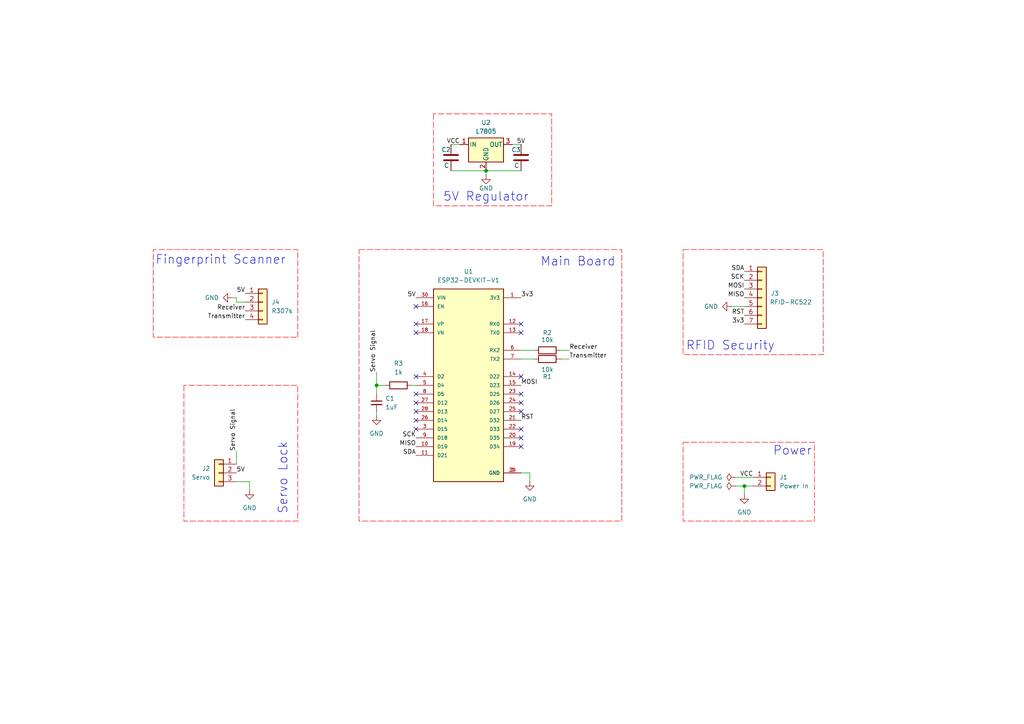
<source format=kicad_sch>
(kicad_sch (version 20250114) (generator "eeschema") (generator_version "9.0")
  (paper "A4")
  (title_block (title "Security Door Lock System") (date "2025-09-22") (rev "0"))
  (lib_symbols
    (symbol "Connector_Generic:Conn_01x02" (pin_names (offset 1.016) (hide yes))
      (property "Reference" "J" (at 0 2.54 0))
      (property "Value" "Conn_01x02" (at 0 -5.08 0))
      (symbol "Conn_01x02_1_1"
        (rectangle (start -1.27 1.27) (end 1.27 -3.81) (stroke (width 0.254)) (fill (type background)))
        (rectangle (start -1.27 0.127) (end 0 -0.127) (stroke (width 0.1524)))
        (rectangle (start -1.27 -2.413) (end 0 -2.667) (stroke (width 0.1524)))
        (pin passive line (at -5.08 0 0) (length 3.81) (name "Pin_1") (number "1"))
        (pin passive line (at -5.08 -2.54 0) (length 3.81) (name "Pin_2") (number "2"))
      )
    )
    (symbol "Connector_Generic:Conn_01x03" (pin_names (offset 1.016) (hide yes))
      (property "Reference" "J" (at 0 5.08 0))
      (property "Value" "Conn_01x03" (at 0 -5.08 0))
      (symbol "Conn_01x03_1_1"
        (rectangle (start -1.27 3.81) (end 1.27 -3.81) (stroke (width 0.254)) (fill (type background)))
        (rectangle (start -1.27 2.667) (end 0 2.413) (stroke (width 0.1524)))
        (rectangle (start -1.27 0.127) (end 0 -0.127) (stroke (width 0.1524)))
        (rectangle (start -1.27 -2.413) (end 0 -2.667) (stroke (width 0.1524)))
        (pin passive line (at -5.08 2.54 0) (length 3.81) (name "Pin_1") (number "1"))
        (pin passive line (at -5.08 0 0) (length 3.81) (name "Pin_2") (number "2"))
        (pin passive line (at -5.08 -2.54 0) (length 3.81) (name "Pin_3") (number "3"))
      )
    )
    (symbol "Connector_Generic:Conn_01x04" (pin_names (offset 1.016) (hide yes))
      (property "Reference" "J" (at 0 5.08 0))
      (property "Value" "Conn_01x04" (at 0 -7.62 0))
      (symbol "Conn_01x04_1_1"
        (rectangle (start -1.27 3.81) (end 1.27 -6.35) (stroke (width 0.254)) (fill (type background)))
        (rectangle (start -1.27 2.667) (end 0 2.413) (stroke (width 0.1524)))
        (rectangle (start -1.27 0.127) (end 0 -0.127) (stroke (width 0.1524)))
        (rectangle (start -1.27 -2.413) (end 0 -2.667) (stroke (width 0.1524)))
        (rectangle (start -1.27 -4.953) (end 0 -5.207) (stroke (width 0.1524)))
        (pin passive line (at -5.08 2.54 0) (length 3.81) (name "Pin_1") (number "1"))
        (pin passive line (at -5.08 0 0) (length 3.81) (name "Pin_2") (number "2"))
        (pin passive line (at -5.08 -2.54 0) (length 3.81) (name "Pin_3") (number "3"))
        (pin passive line (at -5.08 -5.08 0) (length 3.81) (name "Pin_4") (number "4"))
      )
    )
    (symbol "Connector_Generic:Conn_01x07" (pin_names (offset 1.016) (hide yes))
      (property "Reference" "J" (at 0 10.16 0))
      (property "Value" "Conn_01x07" (at 0 -10.16 0))
      (symbol "Conn_01x07_1_1"
        (rectangle (start -1.27 8.89) (end 1.27 -8.89) (stroke (width 0.254)) (fill (type background)))
        (rectangle (start -1.27 7.747) (end 0 7.493) (stroke (width 0.1524)))
        (rectangle (start -1.27 5.207) (end 0 4.953) (stroke (width 0.1524)))
        (rectangle (start -1.27 2.667) (end 0 2.413) (stroke (width 0.1524)))
        (rectangle (start -1.27 0.127) (end 0 -0.127) (stroke (width 0.1524)))
        (rectangle (start -1.27 -2.413) (end 0 -2.667) (stroke (width 0.1524)))
        (rectangle (start -1.27 -4.953) (end 0 -5.207) (stroke (width 0.1524)))
        (rectangle (start -1.27 -7.493) (end 0 -7.747) (stroke (width 0.1524)))
        (pin passive line (at -5.08 7.62 0) (length 3.81) (name "Pin_1") (number "1"))
        (pin passive line (at -5.08 5.08 0) (length 3.81) (name "Pin_2") (number "2"))
        (pin passive line (at -5.08 2.54 0) (length 3.81) (name "Pin_3") (number "3"))
        (pin passive line (at -5.08 0 0) (length 3.81) (name "Pin_4") (number "4"))
        (pin passive line (at -5.08 -2.54 0) (length 3.81) (name "Pin_5") (number "5"))
        (pin passive line (at -5.08 -5.08 0) (length 3.81) (name "Pin_6") (number "6"))
        (pin passive line (at -5.08 -7.62 0) (length 3.81) (name "Pin_7") (number "7"))
      )
    )
    (symbol "Device:C" (pin_numbers (hide yes)) (pin_names (offset 0.254))
      (property "Reference" "C" (at 0.635 2.54 0))
      (property "Value" "C" (at 0.635 -2.54 0))
      (symbol "C_0_1"
        (polyline (pts (xy -2.032 0.762) (xy 2.032 0.762)) (stroke (width 0.508)))
        (polyline (pts (xy -2.032 -0.762) (xy 2.032 -0.762)) (stroke (width 0.508)))
      )
      (symbol "C_1_1"
        (pin passive line (at 0 3.81 270) (length 2.794) (name "~") (number "1"))
        (pin passive line (at 0 -3.81 90) (length 2.794) (name "~") (number "2"))
      )
    )
    (symbol "Device:C_Small" (pin_numbers (hide yes)) (pin_names (offset 0.254) (hide yes))
      (property "Reference" "C" (at 0.254 1.778 0))
      (property "Value" "C_Small" (at 0.254 -2.032 0))
      (symbol "C_Small_0_1"
        (polyline (pts (xy -1.524 0.508) (xy 1.524 0.508)) (stroke (width 0.3048)))
        (polyline (pts (xy -1.524 -0.508) (xy 1.524 -0.508)) (stroke (width 0.3302)))
      )
      (symbol "C_Small_1_1"
        (pin passive line (at 0 2.54 270) (length 2.032) (name "~") (number "1"))
        (pin passive line (at 0 -2.54 90) (length 2.032) (name "~") (number "2"))
      )
    )
    (symbol "Device:R" (pin_numbers (hide yes)) (pin_names (offset 0))
      (property "Reference" "R" (at 2.032 0 90))
      (property "Value" "R" (at 0 0 90))
      (symbol "R_0_1"
        (rectangle (start -1.016 -2.54) (end 1.016 2.54) (stroke (width 0.254)))
      )
      (symbol "R_1_1"
        (pin passive line (at 0 3.81 270) (length 1.27) (name "~") (number "1"))
        (pin passive line (at 0 -3.81 90) (length 1.27) (name "~") (number "2"))
      )
    )
    (symbol "ESP32-DEVKIT-V1:ESP32-DEVKIT-V1" (pin_names (offset 1.016))
      (property "Reference" "U" (at -10.16 30.48 0))
      (property "Value" "ESP32-DEVKIT-V1" (at -10.16 -30.48 0))
      (symbol "ESP32-DEVKIT-V1_0_0"
        (rectangle (start -10.16 -27.94) (end 10.16 27.94) (stroke (width 0.254)) (fill (type background)))
        (pin input line (at -15.24 25.4 0) (length 5.08) (name "VIN") (number "30"))
        (pin input line (at -15.24 22.86 0) (length 5.08) (name "EN") (number "16"))
        (pin bidirectional line (at -15.24 17.78 0) (length 5.08) (name "VP") (number "17"))
        (pin bidirectional line (at -15.24 15.24 0) (length 5.08) (name "VN") (number "18"))
        (pin bidirectional line (at -15.24 2.54 0) (length 5.08) (name "D2") (number "4"))
        (pin bidirectional line (at -15.24 0 0) (length 5.08) (name "D4") (number "5"))
        (pin bidirectional line (at -15.24 -2.54 0) (length 5.08) (name "D5") (number "8"))
        (pin bidirectional line (at -15.24 -5.08 0) (length 5.08) (name "D12") (number "27"))
        (pin bidirectional line (at -15.24 -7.62 0) (length 5.08) (name "D13") (number "28"))
        (pin bidirectional line (at -15.24 -10.16 0) (length 5.08) (name "D14") (number "26"))
        (pin bidirectional line (at -15.24 -12.7 0) (length 5.08) (name "D15") (number "3"))
        (pin bidirectional line (at -15.24 -15.24 0) (length 5.08) (name "D18") (number "9"))
        (pin bidirectional line (at -15.24 -17.78 0) (length 5.08) (name "D19") (number "10"))
        (pin bidirectional line (at -15.24 -20.32 0) (length 5.08) (name "D21") (number "11"))
        (pin output line (at 15.24 25.4 180) (length 5.08) (name "3V3") (number "1"))
        (pin input line (at 15.24 17.78 180) (length 5.08) (name "RX0") (number "12"))
        (pin output line (at 15.24 15.24 180) (length 5.08) (name "TX0") (number "13"))
        (pin input line (at 15.24 10.16 180) (length 5.08) (name "RX2") (number "6"))
        (pin output line (at 15.24 7.62 180) (length 5.08) (name "TX2") (number "7"))
        (pin bidirectional line (at 15.24 2.54 180) (length 5.08) (name "D22") (number "14"))
        (pin bidirectional line (at 15.24 0 180) (length 5.08) (name "D23") (number "15"))
        (pin bidirectional line (at 15.24 -2.54 180) (length 5.08) (name "D25") (number "23"))
        (pin bidirectional line (at 15.24 -5.08 180) (length 5.08) (name "D26") (number "24"))
        (pin bidirectional line (at 15.24 -7.62 180) (length 5.08) (name "D27") (number "25"))
        (pin bidirectional line (at 15.24 -10.16 180) (length 5.08) (name "D32") (number "21"))
        (pin bidirectional line (at 15.24 -12.7 180) (length 5.08) (name "D33") (number "22"))
        (pin bidirectional line (at 15.24 -15.24 180) (length 5.08) (name "D35") (number "20"))
        (pin bidirectional line (at 15.24 -17.78 180) (length 5.08) (name "D34") (number "19"))
        (pin power_in line (at 15.24 -25.4 180) (length 5.08) (name "GND") (number "2"))
        (pin power_in line (at 15.24 -25.4 180) (length 5.08) (name "GND") (number "29"))
      )
    )
    (symbol "Regulator_Linear:L7805" (pin_names (offset 0.254))
      (property "Reference" "U" (at -3.81 3.175 0))
      (property "Value" "L7805" (at 0 3.175 0))
      (symbol "L7805_0_1"
        (rectangle (start -5.08 1.905) (end 5.08 -5.08) (stroke (width 0.254)) (fill (type background)))
      )
      (symbol "L7805_1_1"
        (pin power_in line (at -7.62 0 0) (length 2.54) (name "IN") (number "1"))
        (pin power_in line (at 0 -7.62 90) (length 2.54) (name "GND") (number "2"))
        (pin power_out line (at 7.62 0 180) (length 2.54) (name "OUT") (number "3"))
      )
    )
    (symbol "power:GND" (power) (pin_numbers (hide yes)) (pin_names (offset 0) (hide yes))
      (property "Value" "GND" (at 0 -3.81 0))
      (symbol "GND_0_1"
        (polyline (pts (xy 0 0) (xy 0 -1.27) (xy 1.27 -1.27) (xy 0 -2.54) (xy -1.27 -1.27) (xy 0 -1.27)))
      )
      (symbol "GND_1_1"
        (pin power_in line (at 0 0 270) (length 0) (name "~") (number "1"))
      )
    )
    (symbol "power:PWR_FLAG" (power) (pin_numbers (hide yes)) (pin_names (offset 0) (hide yes))
      (property "Value" "PWR_FLAG" (at 0 3.81 0))
      (symbol "PWR_FLAG_0_0"
        (pin power_out line (at 0 0 90) (length 0) (name "~") (number "1"))
      )
      (symbol "PWR_FLAG_0_1"
        (polyline (pts (xy 0 0) (xy 0 1.27) (xy -1.016 1.905) (xy 0 2.54) (xy 1.016 1.905) (xy 0 1.27)))
      )
    )
  )
  (text "Power" (at 229.87 130.81 0) (effects (font (size 2.54 2.54))))
  (text "Main Board" (at 167.64 75.946 0) (effects (font (size 2.54 2.54))))
  (text "RFID Security\n" (at 211.836 100.33 0) (effects (font (size 2.54 2.54))))
  (text "Servo Lock" (at 82.042 138.684 90) (effects (font (size 2.54 2.54))))
  (text "Fingerprint Scanner" (at 64.008 75.438 0) (effects (font (size 2.54 2.54))))
  (text "5V Regulator\n" (at 140.97 57.15 0) (effects (font (size 2.54 2.54))))
  (junction (at 140.97 49.53))
  (junction (at 109.22 111.76))
  (junction (at 215.9 140.97))
  (no_connect (at 120.65 121.92))
  (no_connect (at 151.13 124.46))
  (no_connect (at 151.13 127))
  (no_connect (at 151.13 109.22))
  (no_connect (at 151.13 116.84))
  (no_connect (at 120.65 114.3))
  (no_connect (at 151.13 129.54))
  (no_connect (at 120.65 88.9))
  (no_connect (at 120.65 109.22))
  (no_connect (at 151.13 119.38))
  (no_connect (at 151.13 96.52))
  (no_connect (at 120.65 96.52))
  (no_connect (at 151.13 114.3))
  (no_connect (at 120.65 93.98))
  (no_connect (at 120.65 116.84))
  (no_connect (at 120.65 124.46))
  (no_connect (at 120.65 119.38))
  (no_connect (at 151.13 93.98))
  (wire (pts (xy 119.38 111.76) (xy 120.65 111.76)))
  (wire (pts (xy 68.58 139.7) (xy 72.39 139.7)))
  (wire (pts (xy 213.36 138.43) (xy 218.44 138.43)))
  (wire (pts (xy 130.81 49.53) (xy 140.97 49.53)))
  (wire (pts (xy 153.67 137.16) (xy 153.67 139.7)))
  (wire (pts (xy 212.09 88.9) (xy 215.9 88.9)))
  (wire (pts (xy 109.22 111.76) (xy 109.22 114.3)))
  (wire (pts (xy 162.56 104.14) (xy 165.1 104.14)))
  (wire (pts (xy 67.31 86.36) (xy 68.58 86.36)))
  (wire (pts (xy 68.58 86.36) (xy 68.58 87.63)))
  (wire (pts (xy 72.39 139.7) (xy 72.39 142.24)))
  (wire (pts (xy 130.81 41.91) (xy 133.35 41.91)))
  (wire (pts (xy 213.36 140.97) (xy 215.9 140.97)))
  (wire (pts (xy 151.13 104.14) (xy 154.94 104.14)))
  (wire (pts (xy 215.9 143.51) (xy 215.9 140.97)))
  (wire (pts (xy 140.97 49.53) (xy 140.97 50.8)))
  (wire (pts (xy 140.97 49.53) (xy 151.13 49.53)))
  (wire (pts (xy 109.22 107.95) (xy 109.22 111.76)))
  (wire (pts (xy 151.13 137.16) (xy 153.67 137.16)))
  (wire (pts (xy 68.58 87.63) (xy 71.12 87.63)))
  (wire (pts (xy 148.59 41.91) (xy 151.13 41.91)))
  (wire (pts (xy 109.22 120.65) (xy 109.22 119.38)))
  (wire (pts (xy 162.56 101.6) (xy 165.1 101.6)))
  (wire (pts (xy 111.76 111.76) (xy 109.22 111.76)))
  (wire (pts (xy 215.9 140.97) (xy 218.44 140.97)))
  (wire (pts (xy 151.13 101.6) (xy 154.94 101.6)))
  (wire (pts (xy 68.58 130.81) (xy 68.58 134.62)))
  (label "VCC" (at 214.63 138.43 0))
  (label "5V" (at 68.58 137.16 0))
  (label "RST" (at 215.9 91.44 180))
  (label "Servo Signal" (at 109.22 107.95 90))
  (label "SCK" (at 120.65 127 180))
  (label "MOSI" (at 215.9 83.82 180))
  (label "RST" (at 151.13 121.92 0))
  (label "SDA" (at 120.65 132.08 180))
  (label "Transmitter" (at 165.1 104.14 0))
  (label "SCK" (at 215.9 81.28 180))
  (label "Receiver" (at 165.1 101.6 0))
  (label "Servo Signal" (at 68.58 130.81 90))
  (label "SDA" (at 215.9 78.74 180))
  (label "5V" (at 71.12 85.09 180))
  (label "VCC" (at 133.35 41.91 180))
  (label "MISO" (at 215.9 86.36 180))
  (label "5V" (at 120.65 86.36 180))
  (label "MOSI" (at 151.13 111.76 0))
  (label "Receiver" (at 71.12 90.17 180))
  (label "3v3" (at 151.13 86.36 0))
  (label "5V" (at 149.86 41.91 0))
  (label "3v3" (at 215.9 93.98 180))
  (label "MISO" (at 120.65 129.54 180))
  (label "Transmitter" (at 71.12 92.71 180))
  (rule_area (polyline (pts (xy 198.12 72.39) (xy 238.76 72.39) (xy 238.76 102.87) (xy 198.12 102.87)) (stroke (width 0) (type dash))))
  (rule_area (polyline (pts (xy 198.12 128.27) (xy 236.22 128.27) (xy 236.22 151.13) (xy 198.12 151.13)) (stroke (width 0) (type dash))))
  (rule_area (polyline (pts (xy 125.73 33.02) (xy 125.73 59.69) (xy 160.02 59.69) (xy 160.02 33.02)) (stroke (width 0) (type dash))))
  (rule_area (polyline (pts (xy 53.34 111.76) (xy 53.34 151.13) (xy 86.36 151.13) (xy 86.36 111.76)) (stroke (width 0) (type dash))))
  (rule_area (polyline (pts (xy 86.36 97.79) (xy 86.36 72.39) (xy 44.45 72.39) (xy 44.45 97.79)) (stroke (width 0) (type dash))))
  (rule_area (polyline (pts (xy 104.14 72.39) (xy 180.34 72.39) (xy 180.34 151.13) (xy 104.14 151.13)) (stroke (width 0) (type dash))))
  (symbol (lib_id "power:PWR_FLAG") (at 213.36 140.97 90) (unit 1)
    (property "Reference" "#FLG02" (effects (hide yes)))
    (property "Value" "PWR_FLAG" (at 209.55 140.9699 90) (effects (justify left)))
    (property "Description" "Special symbol for telling ERC where power comes from" (effects (hide yes)))
  )
  (symbol (lib_id "power:PWR_FLAG") (at 213.36 138.43 90) (unit 1)
    (property "Reference" "#FLG01" (effects (hide yes)))
    (property "Value" "PWR_FLAG" (at 209.55 138.4299 90) (effects (justify left)))
    (property "Description" "Special symbol for telling ERC where power comes from" (effects (hide yes)))
  )
  (symbol (lib_id "power:GND") (at 109.22 120.65 0) (unit 1)
    (property "Reference" "#PWR05" (effects (hide yes)))
    (property "Value" "GND" (at 109.22 125.73 0))
    (property "Description" "Power symbol creates a global label with name \"GND\" , ground" (effects (hide yes)))
  )
  (symbol (lib_id "power:GND") (at 67.31 86.36 270) (unit 1)
    (property "Reference" "#PWR09" (effects (hide yes)))
    (property "Value" "GND" (at 63.5 86.3599 90) (effects (justify right)))
    (property "Description" "Power symbol creates a global label with name \"GND\" , ground" (effects (hide yes)))
  )
  (symbol (lib_id "Connector_Generic:Conn_01x07") (at 220.98 86.36 0) (unit 1)
    (property "Reference" "J3" (at 223.52 85.0899 0) (effects (justify left)))
    (property "Value" "RFID-RC522" (at 223.266 87.63 0) (effects (justify left)))
    (property "Footprint" "TerminalBlock_CUI:TerminalBlock_CUI_TB007-508-07_1x07_P5.08mm_Horizontal" (effects (hide yes)))
    (property "Description" "Generic connector, single row, 01x07, script generated (kicad-library-utils/schlib/autogen/connector/)" (effects (hide yes)))
  )
  (symbol (lib_id "Connector_Generic:Conn_01x02") (at 223.52 138.43 0) (unit 1)
    (property "Reference" "J1" (at 226.06 138.4299 0) (effects (justify left)))
    (property "Value" "Power In" (at 226.06 140.9699 0) (effects (justify left)))
    (property "Footprint" "TerminalBlock_CUI:TerminalBlock_CUI_TB007-508-02_1x02_P5.08mm_Horizontal" (effects (hide yes)))
    (property "Description" "Generic connector, single row, 01x02, script generated (kicad-library-utils/schlib/autogen/connector/)" (effects (hide yes)))
  )
  (symbol (lib_id "Connector_Generic:Conn_01x04") (at 76.2 87.63 0) (unit 1)
    (property "Reference" "J4" (at 78.74 87.6299 0) (effects (justify left)))
    (property "Value" "R307s" (at 78.74 90.1699 0) (effects (justify left)))
    (property "Footprint" "TerminalBlock_CUI:TerminalBlock_CUI_TB007-508-04_1x04_P5.08mm_Horizontal" (effects (hide yes)))
    (property "Description" "Generic connector, single row, 01x04, script generated (kicad-library-utils/schlib/autogen/connector/)" (effects (hide yes)))
  )
  (symbol (lib_id "Device:R") (at 158.75 104.14 90) (unit 1)
    (property "Reference" "R1" (at 158.75 109.22 90))
    (property "Value" "10k" (at 158.75 107.188 90))
    (property "Footprint" "Resistor_THT:R_Axial_DIN0207_L6.3mm_D2.5mm_P7.62mm_Horizontal" (effects (hide yes)))
    (property "Description" "Resistor" (effects (hide yes)))
  )
  (symbol (lib_id "Regulator_Linear:L7805") (at 140.97 41.91 0) (unit 1)
    (property "Reference" "U2" (at 140.97 35.56 0))
    (property "Value" "L7805" (at 140.97 38.1 0))
    (property "Footprint" "Package_TO_SOT_THT:TO-220-3_Horizontal_TabDown" (effects (hide yes)))
    (property "Datasheet" "http://www.st.com/content/ccc/resource/technical/document/datasheet/41/4f/b3/b0/12/d4/47/88/CD00000444.pdf/files/CD00000444.pdf/jcr:content/translations/en.CD00000444.pdf" (effects (hide yes)))
    (property "Description" "Positive 1.5A 35V Linear Regulator, Fixed Output 5V, TO-220/TO-263/TO-252" (effects (hide yes)))
  )
  (symbol (lib_id "Device:R") (at 115.57 111.76 90) (unit 1)
    (property "Reference" "R3" (at 115.57 105.41 90))
    (property "Value" "1k" (at 115.57 107.95 90))
    (property "Footprint" "Resistor_THT:R_Axial_DIN0207_L6.3mm_D2.5mm_P7.62mm_Horizontal" (effects (hide yes)))
    (property "Description" "Resistor" (effects (hide yes)))
  )
  (symbol (lib_id "Connector_Generic:Conn_01x03") (at 63.5 137.16 0) (mirror y) (unit 1)
    (property "Reference" "J2" (at 60.96 135.8899 0) (effects (justify left)))
    (property "Value" "Servo" (at 60.96 138.4299 0) (effects (justify left)))
    (property "Footprint" "TerminalBlock_CUI:TerminalBlock_CUI_TB007-508-03_1x03_P5.08mm_Horizontal" (effects (hide yes)))
    (property "Description" "Generic connector, single row, 01x03, script generated (kicad-library-utils/schlib/autogen/connector/)" (effects (hide yes)))
  )
  (symbol (lib_id "power:GND") (at 140.97 50.8 0) (unit 1)
    (property "Reference" "#PWR07" (effects (hide yes)))
    (property "Value" "GND" (at 140.97 54.61 0))
    (property "Description" "Power symbol creates a global label with name \"GND\" , ground" (effects (hide yes)))
  )
  (symbol (lib_id "Device:C") (at 151.13 45.72 0) (unit 1)
    (property "Reference" "C3" (at 148.336 43.434 0) (effects (justify left)))
    (property "Value" "C" (at 149.098 48.006 0) (effects (justify left)))
    (property "Footprint" "Capacitor_THT:C_Radial_D5.0mm_H7.0mm_P2.00mm" (effects (hide yes)))
    (property "Description" "Unpolarized capacitor" (effects (hide yes)))
  )
  (symbol (lib_id "power:GND") (at 212.09 88.9 270) (unit 1)
    (property "Reference" "#PWR012" (effects (hide yes)))
    (property "Value" "GND" (at 208.28 88.8999 90) (effects (justify right)))
    (property "Description" "Power symbol creates a global label with name \"GND\" , ground" (effects (hide yes)))
  )
  (symbol (lib_id "ESP32-DEVKIT-V1:ESP32-DEVKIT-V1") (at 135.89 111.76 0) (unit 1)
    (property "Reference" "U1" (at 135.89 78.74 0))
    (property "Value" "ESP32-DEVKIT-V1" (at 135.89 81.28 0))
    (property "Footprint" "footprints:MODULE_ESP32_DEVKIT_V1" (effects (hide yes)))
    (property "MF" "Do it" (effects (hide yes)))
    (property "MAXIMUM_PACKAGE_HEIGHT" "6.8 mm" (effects (hide yes)))
    (property "Package" "None" (effects (hide yes)))
    (property "Price" "None" (effects (hide yes)))
    (property "Check_prices" "https://www.snapeda.com/parts/ESP32-DEVKIT-V1/Do+it/view-part/?ref=eda" (effects (hide yes)))
    (property "STANDARD" "Manufacturer Recommendations" (effects (hide yes)))
    (property "PARTREV" "N/A" (effects (hide yes)))
    (property "SnapEDA_Link" "https://www.snapeda.com/parts/ESP32-DEVKIT-V1/Do+it/view-part/?ref=snap" (effects (hide yes)))
    (property "MP" "ESP32-DEVKIT-V1" (effects (hide yes)))
    (property "Description_1" "Dual core, Wi-Fi: 2.4 GHz up to 150 Mbits/s,BLE (Bluetooth Low Energy) and legacy Bluetooth, 32 bits, Up to 240 MHz" (effects (hide yes)))
    (property "Availability" "Not in stock" (effects (hide yes)))
    (property "MANUFACTURER" "DOIT" (effects (hide yes)))
  )
  (symbol (lib_id "Device:R") (at 158.75 101.6 90) (unit 1)
    (property "Reference" "R2" (at 158.75 96.52 90))
    (property "Value" "10k" (at 158.75 98.552 90))
    (property "Footprint" "Resistor_THT:R_Axial_DIN0207_L6.3mm_D2.5mm_P7.62mm_Horizontal" (effects (hide yes)))
    (property "Description" "Resistor" (effects (hide yes)))
  )
  (symbol (lib_id "power:GND") (at 215.9 143.51 0) (unit 1)
    (property "Reference" "#PWR06" (effects (hide yes)))
    (property "Value" "GND" (at 215.9 148.59 0))
    (property "Description" "Power symbol creates a global label with name \"GND\" , ground" (effects (hide yes)))
  )
  (symbol (lib_id "Device:C_Small") (at 109.22 116.84 0) (unit 1)
    (property "Reference" "C1" (at 111.76 115.5762 0) (effects (justify left)))
    (property "Value" "1uF" (at 111.76 118.1162 0) (effects (justify left)))
    (property "Footprint" "Capacitor_THT:C_Radial_D5.0mm_H11.0mm_P2.00mm" (effects (hide yes)))
    (property "Description" "Unpolarized capacitor, small symbol" (effects (hide yes)))
  )
  (symbol (lib_id "power:GND") (at 72.39 142.24 0) (unit 1)
    (property "Reference" "#PWR03" (effects (hide yes)))
    (property "Value" "GND" (at 72.39 147.32 0))
    (property "Description" "Power symbol creates a global label with name \"GND\" , ground" (effects (hide yes)))
  )
  (symbol (lib_id "power:GND") (at 153.67 139.7 0) (unit 1)
    (property "Reference" "#PWR02" (effects (hide yes)))
    (property "Value" "GND" (at 153.67 144.78 0))
    (property "Description" "Power symbol creates a global label with name \"GND\" , ground" (effects (hide yes)))
  )
  (symbol (lib_id "Device:C") (at 130.81 45.72 0) (unit 1)
    (property "Reference" "C2" (at 128.016 43.434 0) (effects (justify left)))
    (property "Value" "C" (at 128.778 48.006 0) (effects (justify left)))
    (property "Footprint" "Capacitor_THT:C_Radial_D5.0mm_H7.0mm_P2.00mm" (effects (hide yes)))
    (property "Description" "Unpolarized capacitor" (effects (hide yes)))
  )
)
</source>
